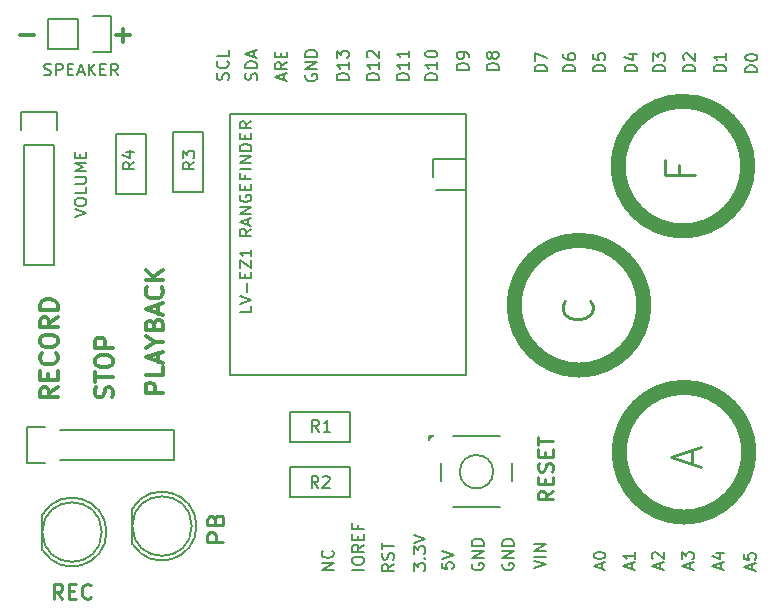
<source format=gto>
G04 #@! TF.FileFunction,Legend,Top*
%FSLAX46Y46*%
G04 Gerber Fmt 4.6, Leading zero omitted, Abs format (unit mm)*
G04 Created by KiCad (PCBNEW 4.0.1-3.201512221402+6198~38~ubuntu14.04.1-stable) date Sun 14 Feb 2016 09:49:56 PM PST*
%MOMM*%
G01*
G04 APERTURE LIST*
%ADD10C,0.100000*%
%ADD11C,1.270000*%
%ADD12C,0.300000*%
%ADD13C,0.152400*%
%ADD14C,0.150000*%
%ADD15C,0.254000*%
G04 APERTURE END LIST*
D10*
D11*
X151036860Y-103471140D02*
G75*
G03X151036860Y-103471140I-5494860J0D01*
G01*
X142146860Y-91025140D02*
G75*
G03X142146860Y-91025140I-5494860J0D01*
G01*
X150943720Y-79248000D02*
G75*
G03X150943720Y-79248000I-5494860J0D01*
G01*
D12*
X89344572Y-68179143D02*
X90487429Y-68179143D01*
X97472572Y-68179143D02*
X98615429Y-68179143D01*
X98044000Y-68750571D02*
X98044000Y-67607714D01*
X101453071Y-98448857D02*
X99953071Y-98448857D01*
X99953071Y-97877429D01*
X100024500Y-97734571D01*
X100095929Y-97663143D01*
X100238786Y-97591714D01*
X100453071Y-97591714D01*
X100595929Y-97663143D01*
X100667357Y-97734571D01*
X100738786Y-97877429D01*
X100738786Y-98448857D01*
X101453071Y-96234571D02*
X101453071Y-96948857D01*
X99953071Y-96948857D01*
X101024500Y-95806000D02*
X101024500Y-95091714D01*
X101453071Y-95948857D02*
X99953071Y-95448857D01*
X101453071Y-94948857D01*
X100738786Y-94163143D02*
X101453071Y-94163143D01*
X99953071Y-94663143D02*
X100738786Y-94163143D01*
X99953071Y-93663143D01*
X100667357Y-92663143D02*
X100738786Y-92448857D01*
X100810214Y-92377429D01*
X100953071Y-92306000D01*
X101167357Y-92306000D01*
X101310214Y-92377429D01*
X101381643Y-92448857D01*
X101453071Y-92591715D01*
X101453071Y-93163143D01*
X99953071Y-93163143D01*
X99953071Y-92663143D01*
X100024500Y-92520286D01*
X100095929Y-92448857D01*
X100238786Y-92377429D01*
X100381643Y-92377429D01*
X100524500Y-92448857D01*
X100595929Y-92520286D01*
X100667357Y-92663143D01*
X100667357Y-93163143D01*
X101024500Y-91734572D02*
X101024500Y-91020286D01*
X101453071Y-91877429D02*
X99953071Y-91377429D01*
X101453071Y-90877429D01*
X101310214Y-89520286D02*
X101381643Y-89591715D01*
X101453071Y-89806001D01*
X101453071Y-89948858D01*
X101381643Y-90163143D01*
X101238786Y-90306001D01*
X101095929Y-90377429D01*
X100810214Y-90448858D01*
X100595929Y-90448858D01*
X100310214Y-90377429D01*
X100167357Y-90306001D01*
X100024500Y-90163143D01*
X99953071Y-89948858D01*
X99953071Y-89806001D01*
X100024500Y-89591715D01*
X100095929Y-89520286D01*
X101453071Y-88877429D02*
X99953071Y-88877429D01*
X101453071Y-88020286D02*
X100595929Y-88663143D01*
X99953071Y-88020286D02*
X100810214Y-88877429D01*
X97127143Y-98837786D02*
X97198571Y-98623500D01*
X97198571Y-98266357D01*
X97127143Y-98123500D01*
X97055714Y-98052071D01*
X96912857Y-97980643D01*
X96770000Y-97980643D01*
X96627143Y-98052071D01*
X96555714Y-98123500D01*
X96484286Y-98266357D01*
X96412857Y-98552071D01*
X96341429Y-98694929D01*
X96270000Y-98766357D01*
X96127143Y-98837786D01*
X95984286Y-98837786D01*
X95841429Y-98766357D01*
X95770000Y-98694929D01*
X95698571Y-98552071D01*
X95698571Y-98194929D01*
X95770000Y-97980643D01*
X95698571Y-97552072D02*
X95698571Y-96694929D01*
X97198571Y-97123500D02*
X95698571Y-97123500D01*
X95698571Y-95909215D02*
X95698571Y-95623501D01*
X95770000Y-95480643D01*
X95912857Y-95337786D01*
X96198571Y-95266358D01*
X96698571Y-95266358D01*
X96984286Y-95337786D01*
X97127143Y-95480643D01*
X97198571Y-95623501D01*
X97198571Y-95909215D01*
X97127143Y-96052072D01*
X96984286Y-96194929D01*
X96698571Y-96266358D01*
X96198571Y-96266358D01*
X95912857Y-96194929D01*
X95770000Y-96052072D01*
X95698571Y-95909215D01*
X97198571Y-94623500D02*
X95698571Y-94623500D01*
X95698571Y-94052072D01*
X95770000Y-93909214D01*
X95841429Y-93837786D01*
X95984286Y-93766357D01*
X96198571Y-93766357D01*
X96341429Y-93837786D01*
X96412857Y-93909214D01*
X96484286Y-94052072D01*
X96484286Y-94623500D01*
X92499571Y-97972714D02*
X91785286Y-98472714D01*
X92499571Y-98829857D02*
X90999571Y-98829857D01*
X90999571Y-98258429D01*
X91071000Y-98115571D01*
X91142429Y-98044143D01*
X91285286Y-97972714D01*
X91499571Y-97972714D01*
X91642429Y-98044143D01*
X91713857Y-98115571D01*
X91785286Y-98258429D01*
X91785286Y-98829857D01*
X91713857Y-97329857D02*
X91713857Y-96829857D01*
X92499571Y-96615571D02*
X92499571Y-97329857D01*
X90999571Y-97329857D01*
X90999571Y-96615571D01*
X92356714Y-95115571D02*
X92428143Y-95187000D01*
X92499571Y-95401286D01*
X92499571Y-95544143D01*
X92428143Y-95758428D01*
X92285286Y-95901286D01*
X92142429Y-95972714D01*
X91856714Y-96044143D01*
X91642429Y-96044143D01*
X91356714Y-95972714D01*
X91213857Y-95901286D01*
X91071000Y-95758428D01*
X90999571Y-95544143D01*
X90999571Y-95401286D01*
X91071000Y-95187000D01*
X91142429Y-95115571D01*
X90999571Y-94187000D02*
X90999571Y-93901286D01*
X91071000Y-93758428D01*
X91213857Y-93615571D01*
X91499571Y-93544143D01*
X91999571Y-93544143D01*
X92285286Y-93615571D01*
X92428143Y-93758428D01*
X92499571Y-93901286D01*
X92499571Y-94187000D01*
X92428143Y-94329857D01*
X92285286Y-94472714D01*
X91999571Y-94544143D01*
X91499571Y-94544143D01*
X91213857Y-94472714D01*
X91071000Y-94329857D01*
X90999571Y-94187000D01*
X92499571Y-92044142D02*
X91785286Y-92544142D01*
X92499571Y-92901285D02*
X90999571Y-92901285D01*
X90999571Y-92329857D01*
X91071000Y-92186999D01*
X91142429Y-92115571D01*
X91285286Y-92044142D01*
X91499571Y-92044142D01*
X91642429Y-92115571D01*
X91713857Y-92186999D01*
X91785286Y-92329857D01*
X91785286Y-92901285D01*
X92499571Y-91401285D02*
X90999571Y-91401285D01*
X90999571Y-91044142D01*
X91071000Y-90829857D01*
X91213857Y-90686999D01*
X91356714Y-90615571D01*
X91642429Y-90544142D01*
X91856714Y-90544142D01*
X92142429Y-90615571D01*
X92285286Y-90686999D01*
X92428143Y-90829857D01*
X92499571Y-91044142D01*
X92499571Y-91401285D01*
D13*
X107124500Y-74866500D02*
X127063500Y-74866500D01*
X127063500Y-96964500D02*
X127063500Y-74866500D01*
X107124500Y-96964500D02*
X107124500Y-74866500D01*
X107124500Y-96964500D02*
X127063500Y-96964500D01*
D14*
X127063500Y-81309500D02*
X124579500Y-81309500D01*
X124249500Y-80189500D02*
X124249500Y-78639500D01*
X124274500Y-78614500D02*
X127063500Y-78614500D01*
X112141000Y-100076000D02*
X117221000Y-100076000D01*
X117221000Y-100076000D02*
X117221000Y-102616000D01*
X117221000Y-102616000D02*
X112141000Y-102616000D01*
X112141000Y-102616000D02*
X112141000Y-100076000D01*
X112141000Y-104711500D02*
X117221000Y-104711500D01*
X117221000Y-104711500D02*
X117221000Y-107251500D01*
X117221000Y-107251500D02*
X112141000Y-107251500D01*
X112141000Y-107251500D02*
X112141000Y-104711500D01*
X102235000Y-81470500D02*
X102235000Y-76390500D01*
X102235000Y-76390500D02*
X104775000Y-76390500D01*
X104775000Y-76390500D02*
X104775000Y-81470500D01*
X104775000Y-81470500D02*
X102235000Y-81470500D01*
X97409000Y-81597500D02*
X97409000Y-76517500D01*
X97409000Y-76517500D02*
X99949000Y-76517500D01*
X99949000Y-76517500D02*
X99949000Y-81597500D01*
X99949000Y-81597500D02*
X97409000Y-81597500D01*
X91241112Y-111760904D02*
G75*
G03X91226000Y-108736000I2484888J1524904D01*
G01*
X91226000Y-111736000D02*
X91226000Y-108736000D01*
X96243936Y-110236000D02*
G75*
G03X96243936Y-110236000I-2517936J0D01*
G01*
X98861112Y-111252904D02*
G75*
G03X98846000Y-108228000I2484888J1524904D01*
G01*
X98846000Y-111228000D02*
X98846000Y-108228000D01*
X103863936Y-109728000D02*
G75*
G03X103863936Y-109728000I-2517936J0D01*
G01*
X89382000Y-76200000D02*
X89382000Y-74650000D01*
X89382000Y-74650000D02*
X92482000Y-74650000D01*
X92482000Y-74650000D02*
X92482000Y-76200000D01*
X92202000Y-77470000D02*
X92202000Y-87630000D01*
X92202000Y-87630000D02*
X89662000Y-87630000D01*
X89662000Y-87630000D02*
X89662000Y-77470000D01*
X92202000Y-77470000D02*
X89662000Y-77470000D01*
X94234000Y-69342000D02*
X91694000Y-69342000D01*
X97054000Y-69622000D02*
X95504000Y-69622000D01*
X94234000Y-69342000D02*
X94234000Y-66802000D01*
X95504000Y-66522000D02*
X97054000Y-66522000D01*
X97054000Y-66522000D02*
X97054000Y-69622000D01*
X94234000Y-66802000D02*
X91694000Y-66802000D01*
X91694000Y-66802000D02*
X91694000Y-69342000D01*
X124018000Y-102124000D02*
X124018000Y-102224000D01*
X123918000Y-102074000D02*
X124268000Y-102074000D01*
X124268000Y-102074000D02*
G75*
G03X123918000Y-102424000I700000J-1050000D01*
G01*
X123918000Y-102074000D02*
X123918000Y-102424000D01*
X129382214Y-105124000D02*
G75*
G03X129382214Y-105124000I-1414214J0D01*
G01*
X125968000Y-108124000D02*
X129968000Y-108124000D01*
X125968000Y-102124000D02*
X129968000Y-102124000D01*
X124968000Y-105874000D02*
X124968000Y-104374000D01*
X130968000Y-104374000D02*
X130968000Y-105874000D01*
D10*
X124968000Y-105124000D02*
X124968000Y-105124000D01*
X129968000Y-108124000D02*
X125968000Y-108124000D01*
X129968000Y-102124000D02*
X125968000Y-102124000D01*
X130968000Y-105124000D02*
X130968000Y-105124000D01*
X129382214Y-105124000D02*
G75*
G03X129382214Y-105124000I-1414214J0D01*
G01*
D14*
X91440000Y-104420000D02*
X89890000Y-104420000D01*
X89890000Y-104420000D02*
X89890000Y-101320000D01*
X89890000Y-101320000D02*
X91440000Y-101320000D01*
X92710000Y-101600000D02*
X102362000Y-101600000D01*
X102362000Y-101600000D02*
X102362000Y-104140000D01*
X102362000Y-104140000D02*
X92710000Y-104140000D01*
X118435381Y-113410762D02*
X117435381Y-113410762D01*
X117435381Y-112744096D02*
X117435381Y-112553619D01*
X117483000Y-112458381D01*
X117578238Y-112363143D01*
X117768714Y-112315524D01*
X118102048Y-112315524D01*
X118292524Y-112363143D01*
X118387762Y-112458381D01*
X118435381Y-112553619D01*
X118435381Y-112744096D01*
X118387762Y-112839334D01*
X118292524Y-112934572D01*
X118102048Y-112982191D01*
X117768714Y-112982191D01*
X117578238Y-112934572D01*
X117483000Y-112839334D01*
X117435381Y-112744096D01*
X118435381Y-111315524D02*
X117959190Y-111648858D01*
X118435381Y-111886953D02*
X117435381Y-111886953D01*
X117435381Y-111506000D01*
X117483000Y-111410762D01*
X117530619Y-111363143D01*
X117625857Y-111315524D01*
X117768714Y-111315524D01*
X117863952Y-111363143D01*
X117911571Y-111410762D01*
X117959190Y-111506000D01*
X117959190Y-111886953D01*
X117911571Y-110886953D02*
X117911571Y-110553619D01*
X118435381Y-110410762D02*
X118435381Y-110886953D01*
X117435381Y-110886953D01*
X117435381Y-110410762D01*
X117911571Y-109648857D02*
X117911571Y-109982191D01*
X118435381Y-109982191D02*
X117435381Y-109982191D01*
X117435381Y-109506000D01*
X115875381Y-113434714D02*
X114875381Y-113434714D01*
X115875381Y-112863285D01*
X114875381Y-112863285D01*
X115780143Y-111815666D02*
X115827762Y-111863285D01*
X115875381Y-112006142D01*
X115875381Y-112101380D01*
X115827762Y-112244238D01*
X115732524Y-112339476D01*
X115637286Y-112387095D01*
X115446810Y-112434714D01*
X115303952Y-112434714D01*
X115113476Y-112387095D01*
X115018238Y-112339476D01*
X114923000Y-112244238D01*
X114875381Y-112101380D01*
X114875381Y-112006142D01*
X114923000Y-111863285D01*
X114970619Y-111815666D01*
X120975381Y-112942619D02*
X120499190Y-113275953D01*
X120975381Y-113514048D02*
X119975381Y-113514048D01*
X119975381Y-113133095D01*
X120023000Y-113037857D01*
X120070619Y-112990238D01*
X120165857Y-112942619D01*
X120308714Y-112942619D01*
X120403952Y-112990238D01*
X120451571Y-113037857D01*
X120499190Y-113133095D01*
X120499190Y-113514048D01*
X120927762Y-112561667D02*
X120975381Y-112418810D01*
X120975381Y-112180714D01*
X120927762Y-112085476D01*
X120880143Y-112037857D01*
X120784905Y-111990238D01*
X120689667Y-111990238D01*
X120594429Y-112037857D01*
X120546810Y-112085476D01*
X120499190Y-112180714D01*
X120451571Y-112371191D01*
X120403952Y-112466429D01*
X120356333Y-112514048D01*
X120261095Y-112561667D01*
X120165857Y-112561667D01*
X120070619Y-112514048D01*
X120023000Y-112466429D01*
X119975381Y-112371191D01*
X119975381Y-112133095D01*
X120023000Y-111990238D01*
X119975381Y-111704524D02*
X119975381Y-111133095D01*
X120975381Y-111418810D02*
X119975381Y-111418810D01*
X122642381Y-113490190D02*
X122642381Y-112871142D01*
X123023333Y-113204476D01*
X123023333Y-113061618D01*
X123070952Y-112966380D01*
X123118571Y-112918761D01*
X123213810Y-112871142D01*
X123451905Y-112871142D01*
X123547143Y-112918761D01*
X123594762Y-112966380D01*
X123642381Y-113061618D01*
X123642381Y-113347333D01*
X123594762Y-113442571D01*
X123547143Y-113490190D01*
X123547143Y-112442571D02*
X123594762Y-112394952D01*
X123642381Y-112442571D01*
X123594762Y-112490190D01*
X123547143Y-112442571D01*
X123642381Y-112442571D01*
X122642381Y-112061619D02*
X122642381Y-111442571D01*
X123023333Y-111775905D01*
X123023333Y-111633047D01*
X123070952Y-111537809D01*
X123118571Y-111490190D01*
X123213810Y-111442571D01*
X123451905Y-111442571D01*
X123547143Y-111490190D01*
X123594762Y-111537809D01*
X123642381Y-111633047D01*
X123642381Y-111918762D01*
X123594762Y-112014000D01*
X123547143Y-112061619D01*
X122642381Y-111156857D02*
X123642381Y-110823524D01*
X122642381Y-110490190D01*
X125035381Y-112839476D02*
X125035381Y-113315667D01*
X125511571Y-113363286D01*
X125463952Y-113315667D01*
X125416333Y-113220429D01*
X125416333Y-112982333D01*
X125463952Y-112887095D01*
X125511571Y-112839476D01*
X125606810Y-112791857D01*
X125844905Y-112791857D01*
X125940143Y-112839476D01*
X125987762Y-112887095D01*
X126035381Y-112982333D01*
X126035381Y-113220429D01*
X125987762Y-113315667D01*
X125940143Y-113363286D01*
X125035381Y-112506143D02*
X126035381Y-112172810D01*
X125035381Y-111839476D01*
X127623000Y-112902904D02*
X127575381Y-112998142D01*
X127575381Y-113140999D01*
X127623000Y-113283857D01*
X127718238Y-113379095D01*
X127813476Y-113426714D01*
X128003952Y-113474333D01*
X128146810Y-113474333D01*
X128337286Y-113426714D01*
X128432524Y-113379095D01*
X128527762Y-113283857D01*
X128575381Y-113140999D01*
X128575381Y-113045761D01*
X128527762Y-112902904D01*
X128480143Y-112855285D01*
X128146810Y-112855285D01*
X128146810Y-113045761D01*
X128575381Y-112426714D02*
X127575381Y-112426714D01*
X128575381Y-111855285D01*
X127575381Y-111855285D01*
X128575381Y-111379095D02*
X127575381Y-111379095D01*
X127575381Y-111141000D01*
X127623000Y-110998142D01*
X127718238Y-110902904D01*
X127813476Y-110855285D01*
X128003952Y-110807666D01*
X128146810Y-110807666D01*
X128337286Y-110855285D01*
X128432524Y-110902904D01*
X128527762Y-110998142D01*
X128575381Y-111141000D01*
X128575381Y-111379095D01*
X130198000Y-112902904D02*
X130150381Y-112998142D01*
X130150381Y-113140999D01*
X130198000Y-113283857D01*
X130293238Y-113379095D01*
X130388476Y-113426714D01*
X130578952Y-113474333D01*
X130721810Y-113474333D01*
X130912286Y-113426714D01*
X131007524Y-113379095D01*
X131102762Y-113283857D01*
X131150381Y-113140999D01*
X131150381Y-113045761D01*
X131102762Y-112902904D01*
X131055143Y-112855285D01*
X130721810Y-112855285D01*
X130721810Y-113045761D01*
X131150381Y-112426714D02*
X130150381Y-112426714D01*
X131150381Y-111855285D01*
X130150381Y-111855285D01*
X131150381Y-111379095D02*
X130150381Y-111379095D01*
X130150381Y-111141000D01*
X130198000Y-110998142D01*
X130293238Y-110902904D01*
X130388476Y-110855285D01*
X130578952Y-110807666D01*
X130721810Y-110807666D01*
X130912286Y-110855285D01*
X131007524Y-110902904D01*
X131102762Y-110998142D01*
X131150381Y-111141000D01*
X131150381Y-111379095D01*
X132825381Y-113311238D02*
X133825381Y-112977905D01*
X132825381Y-112644571D01*
X133825381Y-112311238D02*
X132825381Y-112311238D01*
X133825381Y-111835048D02*
X132825381Y-111835048D01*
X133825381Y-111263619D01*
X132825381Y-111263619D01*
X151319667Y-113438286D02*
X151319667Y-112962095D01*
X151605381Y-113533524D02*
X150605381Y-113200191D01*
X151605381Y-112866857D01*
X150605381Y-112057333D02*
X150605381Y-112533524D01*
X151081571Y-112581143D01*
X151033952Y-112533524D01*
X150986333Y-112438286D01*
X150986333Y-112200190D01*
X151033952Y-112104952D01*
X151081571Y-112057333D01*
X151176810Y-112009714D01*
X151414905Y-112009714D01*
X151510143Y-112057333D01*
X151557762Y-112104952D01*
X151605381Y-112200190D01*
X151605381Y-112438286D01*
X151557762Y-112533524D01*
X151510143Y-112581143D01*
X148644667Y-113363286D02*
X148644667Y-112887095D01*
X148930381Y-113458524D02*
X147930381Y-113125191D01*
X148930381Y-112791857D01*
X148263714Y-112029952D02*
X148930381Y-112029952D01*
X147882762Y-112268048D02*
X148597048Y-112506143D01*
X148597048Y-111887095D01*
X146069667Y-113363286D02*
X146069667Y-112887095D01*
X146355381Y-113458524D02*
X145355381Y-113125191D01*
X146355381Y-112791857D01*
X145355381Y-112553762D02*
X145355381Y-111934714D01*
X145736333Y-112268048D01*
X145736333Y-112125190D01*
X145783952Y-112029952D01*
X145831571Y-111982333D01*
X145926810Y-111934714D01*
X146164905Y-111934714D01*
X146260143Y-111982333D01*
X146307762Y-112029952D01*
X146355381Y-112125190D01*
X146355381Y-112410905D01*
X146307762Y-112506143D01*
X146260143Y-112553762D01*
X143529667Y-113363286D02*
X143529667Y-112887095D01*
X143815381Y-113458524D02*
X142815381Y-113125191D01*
X143815381Y-112791857D01*
X142910619Y-112506143D02*
X142863000Y-112458524D01*
X142815381Y-112363286D01*
X142815381Y-112125190D01*
X142863000Y-112029952D01*
X142910619Y-111982333D01*
X143005857Y-111934714D01*
X143101095Y-111934714D01*
X143243952Y-111982333D01*
X143815381Y-112553762D01*
X143815381Y-111934714D01*
X141116667Y-113363286D02*
X141116667Y-112887095D01*
X141402381Y-113458524D02*
X140402381Y-113125191D01*
X141402381Y-112791857D01*
X141402381Y-111934714D02*
X141402381Y-112506143D01*
X141402381Y-112220429D02*
X140402381Y-112220429D01*
X140545238Y-112315667D01*
X140640476Y-112410905D01*
X140688095Y-112506143D01*
X138596667Y-113363286D02*
X138596667Y-112887095D01*
X138882381Y-113458524D02*
X137882381Y-113125191D01*
X138882381Y-112791857D01*
X137882381Y-112268048D02*
X137882381Y-112172809D01*
X137930000Y-112077571D01*
X137977619Y-112029952D01*
X138072857Y-111982333D01*
X138263333Y-111934714D01*
X138501429Y-111934714D01*
X138691905Y-111982333D01*
X138787143Y-112029952D01*
X138834762Y-112077571D01*
X138882381Y-112172809D01*
X138882381Y-112268048D01*
X138834762Y-112363286D01*
X138787143Y-112410905D01*
X138691905Y-112458524D01*
X138501429Y-112506143D01*
X138263333Y-112506143D01*
X138072857Y-112458524D01*
X137977619Y-112410905D01*
X137930000Y-112363286D01*
X137882381Y-112268048D01*
X106937762Y-71929476D02*
X106985381Y-71786619D01*
X106985381Y-71548523D01*
X106937762Y-71453285D01*
X106890143Y-71405666D01*
X106794905Y-71358047D01*
X106699667Y-71358047D01*
X106604429Y-71405666D01*
X106556810Y-71453285D01*
X106509190Y-71548523D01*
X106461571Y-71739000D01*
X106413952Y-71834238D01*
X106366333Y-71881857D01*
X106271095Y-71929476D01*
X106175857Y-71929476D01*
X106080619Y-71881857D01*
X106033000Y-71834238D01*
X105985381Y-71739000D01*
X105985381Y-71500904D01*
X106033000Y-71358047D01*
X106890143Y-70358047D02*
X106937762Y-70405666D01*
X106985381Y-70548523D01*
X106985381Y-70643761D01*
X106937762Y-70786619D01*
X106842524Y-70881857D01*
X106747286Y-70929476D01*
X106556810Y-70977095D01*
X106413952Y-70977095D01*
X106223476Y-70929476D01*
X106128238Y-70881857D01*
X106033000Y-70786619D01*
X105985381Y-70643761D01*
X105985381Y-70548523D01*
X106033000Y-70405666D01*
X106080619Y-70358047D01*
X106985381Y-69453285D02*
X106985381Y-69929476D01*
X105985381Y-69929476D01*
X109350762Y-71953286D02*
X109398381Y-71810429D01*
X109398381Y-71572333D01*
X109350762Y-71477095D01*
X109303143Y-71429476D01*
X109207905Y-71381857D01*
X109112667Y-71381857D01*
X109017429Y-71429476D01*
X108969810Y-71477095D01*
X108922190Y-71572333D01*
X108874571Y-71762810D01*
X108826952Y-71858048D01*
X108779333Y-71905667D01*
X108684095Y-71953286D01*
X108588857Y-71953286D01*
X108493619Y-71905667D01*
X108446000Y-71858048D01*
X108398381Y-71762810D01*
X108398381Y-71524714D01*
X108446000Y-71381857D01*
X109398381Y-70953286D02*
X108398381Y-70953286D01*
X108398381Y-70715191D01*
X108446000Y-70572333D01*
X108541238Y-70477095D01*
X108636476Y-70429476D01*
X108826952Y-70381857D01*
X108969810Y-70381857D01*
X109160286Y-70429476D01*
X109255524Y-70477095D01*
X109350762Y-70572333D01*
X109398381Y-70715191D01*
X109398381Y-70953286D01*
X109112667Y-70000905D02*
X109112667Y-69524714D01*
X109398381Y-70096143D02*
X108398381Y-69762810D01*
X109398381Y-69429476D01*
X111652667Y-71929476D02*
X111652667Y-71453285D01*
X111938381Y-72024714D02*
X110938381Y-71691381D01*
X111938381Y-71358047D01*
X111938381Y-70453285D02*
X111462190Y-70786619D01*
X111938381Y-71024714D02*
X110938381Y-71024714D01*
X110938381Y-70643761D01*
X110986000Y-70548523D01*
X111033619Y-70500904D01*
X111128857Y-70453285D01*
X111271714Y-70453285D01*
X111366952Y-70500904D01*
X111414571Y-70548523D01*
X111462190Y-70643761D01*
X111462190Y-71024714D01*
X111414571Y-70024714D02*
X111414571Y-69691380D01*
X111938381Y-69548523D02*
X111938381Y-70024714D01*
X110938381Y-70024714D01*
X110938381Y-69548523D01*
X113526000Y-71500904D02*
X113478381Y-71596142D01*
X113478381Y-71738999D01*
X113526000Y-71881857D01*
X113621238Y-71977095D01*
X113716476Y-72024714D01*
X113906952Y-72072333D01*
X114049810Y-72072333D01*
X114240286Y-72024714D01*
X114335524Y-71977095D01*
X114430762Y-71881857D01*
X114478381Y-71738999D01*
X114478381Y-71643761D01*
X114430762Y-71500904D01*
X114383143Y-71453285D01*
X114049810Y-71453285D01*
X114049810Y-71643761D01*
X114478381Y-71024714D02*
X113478381Y-71024714D01*
X114478381Y-70453285D01*
X113478381Y-70453285D01*
X114478381Y-69977095D02*
X113478381Y-69977095D01*
X113478381Y-69739000D01*
X113526000Y-69596142D01*
X113621238Y-69500904D01*
X113716476Y-69453285D01*
X113906952Y-69405666D01*
X114049810Y-69405666D01*
X114240286Y-69453285D01*
X114335524Y-69500904D01*
X114430762Y-69596142D01*
X114478381Y-69739000D01*
X114478381Y-69977095D01*
X117145381Y-71953286D02*
X116145381Y-71953286D01*
X116145381Y-71715191D01*
X116193000Y-71572333D01*
X116288238Y-71477095D01*
X116383476Y-71429476D01*
X116573952Y-71381857D01*
X116716810Y-71381857D01*
X116907286Y-71429476D01*
X117002524Y-71477095D01*
X117097762Y-71572333D01*
X117145381Y-71715191D01*
X117145381Y-71953286D01*
X117145381Y-70429476D02*
X117145381Y-71000905D01*
X117145381Y-70715191D02*
X116145381Y-70715191D01*
X116288238Y-70810429D01*
X116383476Y-70905667D01*
X116431095Y-71000905D01*
X116145381Y-70096143D02*
X116145381Y-69477095D01*
X116526333Y-69810429D01*
X116526333Y-69667571D01*
X116573952Y-69572333D01*
X116621571Y-69524714D01*
X116716810Y-69477095D01*
X116954905Y-69477095D01*
X117050143Y-69524714D01*
X117097762Y-69572333D01*
X117145381Y-69667571D01*
X117145381Y-69953286D01*
X117097762Y-70048524D01*
X117050143Y-70096143D01*
X119685381Y-71953286D02*
X118685381Y-71953286D01*
X118685381Y-71715191D01*
X118733000Y-71572333D01*
X118828238Y-71477095D01*
X118923476Y-71429476D01*
X119113952Y-71381857D01*
X119256810Y-71381857D01*
X119447286Y-71429476D01*
X119542524Y-71477095D01*
X119637762Y-71572333D01*
X119685381Y-71715191D01*
X119685381Y-71953286D01*
X119685381Y-70429476D02*
X119685381Y-71000905D01*
X119685381Y-70715191D02*
X118685381Y-70715191D01*
X118828238Y-70810429D01*
X118923476Y-70905667D01*
X118971095Y-71000905D01*
X118780619Y-70048524D02*
X118733000Y-70000905D01*
X118685381Y-69905667D01*
X118685381Y-69667571D01*
X118733000Y-69572333D01*
X118780619Y-69524714D01*
X118875857Y-69477095D01*
X118971095Y-69477095D01*
X119113952Y-69524714D01*
X119685381Y-70096143D01*
X119685381Y-69477095D01*
X122225381Y-71953286D02*
X121225381Y-71953286D01*
X121225381Y-71715191D01*
X121273000Y-71572333D01*
X121368238Y-71477095D01*
X121463476Y-71429476D01*
X121653952Y-71381857D01*
X121796810Y-71381857D01*
X121987286Y-71429476D01*
X122082524Y-71477095D01*
X122177762Y-71572333D01*
X122225381Y-71715191D01*
X122225381Y-71953286D01*
X122225381Y-70429476D02*
X122225381Y-71000905D01*
X122225381Y-70715191D02*
X121225381Y-70715191D01*
X121368238Y-70810429D01*
X121463476Y-70905667D01*
X121511095Y-71000905D01*
X122225381Y-69477095D02*
X122225381Y-70048524D01*
X122225381Y-69762810D02*
X121225381Y-69762810D01*
X121368238Y-69858048D01*
X121463476Y-69953286D01*
X121511095Y-70048524D01*
X124638381Y-71953286D02*
X123638381Y-71953286D01*
X123638381Y-71715191D01*
X123686000Y-71572333D01*
X123781238Y-71477095D01*
X123876476Y-71429476D01*
X124066952Y-71381857D01*
X124209810Y-71381857D01*
X124400286Y-71429476D01*
X124495524Y-71477095D01*
X124590762Y-71572333D01*
X124638381Y-71715191D01*
X124638381Y-71953286D01*
X124638381Y-70429476D02*
X124638381Y-71000905D01*
X124638381Y-70715191D02*
X123638381Y-70715191D01*
X123781238Y-70810429D01*
X123876476Y-70905667D01*
X123924095Y-71000905D01*
X123638381Y-69810429D02*
X123638381Y-69715190D01*
X123686000Y-69619952D01*
X123733619Y-69572333D01*
X123828857Y-69524714D01*
X124019333Y-69477095D01*
X124257429Y-69477095D01*
X124447905Y-69524714D01*
X124543143Y-69572333D01*
X124590762Y-69619952D01*
X124638381Y-69715190D01*
X124638381Y-69810429D01*
X124590762Y-69905667D01*
X124543143Y-69953286D01*
X124447905Y-70000905D01*
X124257429Y-70048524D01*
X124019333Y-70048524D01*
X123828857Y-70000905D01*
X123733619Y-69953286D01*
X123686000Y-69905667D01*
X123638381Y-69810429D01*
X127305381Y-71096095D02*
X126305381Y-71096095D01*
X126305381Y-70858000D01*
X126353000Y-70715142D01*
X126448238Y-70619904D01*
X126543476Y-70572285D01*
X126733952Y-70524666D01*
X126876810Y-70524666D01*
X127067286Y-70572285D01*
X127162524Y-70619904D01*
X127257762Y-70715142D01*
X127305381Y-70858000D01*
X127305381Y-71096095D01*
X127305381Y-70048476D02*
X127305381Y-69858000D01*
X127257762Y-69762761D01*
X127210143Y-69715142D01*
X127067286Y-69619904D01*
X126876810Y-69572285D01*
X126495857Y-69572285D01*
X126400619Y-69619904D01*
X126353000Y-69667523D01*
X126305381Y-69762761D01*
X126305381Y-69953238D01*
X126353000Y-70048476D01*
X126400619Y-70096095D01*
X126495857Y-70143714D01*
X126733952Y-70143714D01*
X126829190Y-70096095D01*
X126876810Y-70048476D01*
X126924429Y-69953238D01*
X126924429Y-69762761D01*
X126876810Y-69667523D01*
X126829190Y-69619904D01*
X126733952Y-69572285D01*
X129845381Y-71096095D02*
X128845381Y-71096095D01*
X128845381Y-70858000D01*
X128893000Y-70715142D01*
X128988238Y-70619904D01*
X129083476Y-70572285D01*
X129273952Y-70524666D01*
X129416810Y-70524666D01*
X129607286Y-70572285D01*
X129702524Y-70619904D01*
X129797762Y-70715142D01*
X129845381Y-70858000D01*
X129845381Y-71096095D01*
X129273952Y-69953238D02*
X129226333Y-70048476D01*
X129178714Y-70096095D01*
X129083476Y-70143714D01*
X129035857Y-70143714D01*
X128940619Y-70096095D01*
X128893000Y-70048476D01*
X128845381Y-69953238D01*
X128845381Y-69762761D01*
X128893000Y-69667523D01*
X128940619Y-69619904D01*
X129035857Y-69572285D01*
X129083476Y-69572285D01*
X129178714Y-69619904D01*
X129226333Y-69667523D01*
X129273952Y-69762761D01*
X129273952Y-69953238D01*
X129321571Y-70048476D01*
X129369190Y-70096095D01*
X129464429Y-70143714D01*
X129654905Y-70143714D01*
X129750143Y-70096095D01*
X129797762Y-70048476D01*
X129845381Y-69953238D01*
X129845381Y-69762761D01*
X129797762Y-69667523D01*
X129750143Y-69619904D01*
X129654905Y-69572285D01*
X129464429Y-69572285D01*
X129369190Y-69619904D01*
X129321571Y-69667523D01*
X129273952Y-69762761D01*
X133909381Y-71223095D02*
X132909381Y-71223095D01*
X132909381Y-70985000D01*
X132957000Y-70842142D01*
X133052238Y-70746904D01*
X133147476Y-70699285D01*
X133337952Y-70651666D01*
X133480810Y-70651666D01*
X133671286Y-70699285D01*
X133766524Y-70746904D01*
X133861762Y-70842142D01*
X133909381Y-70985000D01*
X133909381Y-71223095D01*
X132909381Y-70318333D02*
X132909381Y-69651666D01*
X133909381Y-70080238D01*
X136322381Y-71223095D02*
X135322381Y-71223095D01*
X135322381Y-70985000D01*
X135370000Y-70842142D01*
X135465238Y-70746904D01*
X135560476Y-70699285D01*
X135750952Y-70651666D01*
X135893810Y-70651666D01*
X136084286Y-70699285D01*
X136179524Y-70746904D01*
X136274762Y-70842142D01*
X136322381Y-70985000D01*
X136322381Y-71223095D01*
X135322381Y-69794523D02*
X135322381Y-69985000D01*
X135370000Y-70080238D01*
X135417619Y-70127857D01*
X135560476Y-70223095D01*
X135750952Y-70270714D01*
X136131905Y-70270714D01*
X136227143Y-70223095D01*
X136274762Y-70175476D01*
X136322381Y-70080238D01*
X136322381Y-69889761D01*
X136274762Y-69794523D01*
X136227143Y-69746904D01*
X136131905Y-69699285D01*
X135893810Y-69699285D01*
X135798571Y-69746904D01*
X135750952Y-69794523D01*
X135703333Y-69889761D01*
X135703333Y-70080238D01*
X135750952Y-70175476D01*
X135798571Y-70223095D01*
X135893810Y-70270714D01*
X138862381Y-71223095D02*
X137862381Y-71223095D01*
X137862381Y-70985000D01*
X137910000Y-70842142D01*
X138005238Y-70746904D01*
X138100476Y-70699285D01*
X138290952Y-70651666D01*
X138433810Y-70651666D01*
X138624286Y-70699285D01*
X138719524Y-70746904D01*
X138814762Y-70842142D01*
X138862381Y-70985000D01*
X138862381Y-71223095D01*
X137862381Y-69746904D02*
X137862381Y-70223095D01*
X138338571Y-70270714D01*
X138290952Y-70223095D01*
X138243333Y-70127857D01*
X138243333Y-69889761D01*
X138290952Y-69794523D01*
X138338571Y-69746904D01*
X138433810Y-69699285D01*
X138671905Y-69699285D01*
X138767143Y-69746904D01*
X138814762Y-69794523D01*
X138862381Y-69889761D01*
X138862381Y-70127857D01*
X138814762Y-70223095D01*
X138767143Y-70270714D01*
X141529381Y-71223095D02*
X140529381Y-71223095D01*
X140529381Y-70985000D01*
X140577000Y-70842142D01*
X140672238Y-70746904D01*
X140767476Y-70699285D01*
X140957952Y-70651666D01*
X141100810Y-70651666D01*
X141291286Y-70699285D01*
X141386524Y-70746904D01*
X141481762Y-70842142D01*
X141529381Y-70985000D01*
X141529381Y-71223095D01*
X140862714Y-69794523D02*
X141529381Y-69794523D01*
X140481762Y-70032619D02*
X141196048Y-70270714D01*
X141196048Y-69651666D01*
X143942381Y-71223095D02*
X142942381Y-71223095D01*
X142942381Y-70985000D01*
X142990000Y-70842142D01*
X143085238Y-70746904D01*
X143180476Y-70699285D01*
X143370952Y-70651666D01*
X143513810Y-70651666D01*
X143704286Y-70699285D01*
X143799524Y-70746904D01*
X143894762Y-70842142D01*
X143942381Y-70985000D01*
X143942381Y-71223095D01*
X142942381Y-70318333D02*
X142942381Y-69699285D01*
X143323333Y-70032619D01*
X143323333Y-69889761D01*
X143370952Y-69794523D01*
X143418571Y-69746904D01*
X143513810Y-69699285D01*
X143751905Y-69699285D01*
X143847143Y-69746904D01*
X143894762Y-69794523D01*
X143942381Y-69889761D01*
X143942381Y-70175476D01*
X143894762Y-70270714D01*
X143847143Y-70318333D01*
X146482381Y-71223095D02*
X145482381Y-71223095D01*
X145482381Y-70985000D01*
X145530000Y-70842142D01*
X145625238Y-70746904D01*
X145720476Y-70699285D01*
X145910952Y-70651666D01*
X146053810Y-70651666D01*
X146244286Y-70699285D01*
X146339524Y-70746904D01*
X146434762Y-70842142D01*
X146482381Y-70985000D01*
X146482381Y-71223095D01*
X145577619Y-70270714D02*
X145530000Y-70223095D01*
X145482381Y-70127857D01*
X145482381Y-69889761D01*
X145530000Y-69794523D01*
X145577619Y-69746904D01*
X145672857Y-69699285D01*
X145768095Y-69699285D01*
X145910952Y-69746904D01*
X146482381Y-70318333D01*
X146482381Y-69699285D01*
X149057381Y-71223095D02*
X148057381Y-71223095D01*
X148057381Y-70985000D01*
X148105000Y-70842142D01*
X148200238Y-70746904D01*
X148295476Y-70699285D01*
X148485952Y-70651666D01*
X148628810Y-70651666D01*
X148819286Y-70699285D01*
X148914524Y-70746904D01*
X149009762Y-70842142D01*
X149057381Y-70985000D01*
X149057381Y-71223095D01*
X149057381Y-69699285D02*
X149057381Y-70270714D01*
X149057381Y-69985000D02*
X148057381Y-69985000D01*
X148200238Y-70080238D01*
X148295476Y-70175476D01*
X148343095Y-70270714D01*
X151732381Y-71298095D02*
X150732381Y-71298095D01*
X150732381Y-71060000D01*
X150780000Y-70917142D01*
X150875238Y-70821904D01*
X150970476Y-70774285D01*
X151160952Y-70726666D01*
X151303810Y-70726666D01*
X151494286Y-70774285D01*
X151589524Y-70821904D01*
X151684762Y-70917142D01*
X151732381Y-71060000D01*
X151732381Y-71298095D01*
X150732381Y-70107619D02*
X150732381Y-70012380D01*
X150780000Y-69917142D01*
X150827619Y-69869523D01*
X150922857Y-69821904D01*
X151113333Y-69774285D01*
X151351429Y-69774285D01*
X151541905Y-69821904D01*
X151637143Y-69869523D01*
X151684762Y-69917142D01*
X151732381Y-70012380D01*
X151732381Y-70107619D01*
X151684762Y-70202857D01*
X151637143Y-70250476D01*
X151541905Y-70298095D01*
X151351429Y-70345714D01*
X151113333Y-70345714D01*
X150922857Y-70298095D01*
X150827619Y-70250476D01*
X150780000Y-70202857D01*
X150732381Y-70107619D01*
X108910381Y-91137428D02*
X108910381Y-91613619D01*
X107910381Y-91613619D01*
X107910381Y-90946952D02*
X108910381Y-90613619D01*
X107910381Y-90280285D01*
X108529429Y-89946952D02*
X108529429Y-89185047D01*
X108386571Y-88708857D02*
X108386571Y-88375523D01*
X108910381Y-88232666D02*
X108910381Y-88708857D01*
X107910381Y-88708857D01*
X107910381Y-88232666D01*
X107910381Y-87899333D02*
X107910381Y-87232666D01*
X108910381Y-87899333D01*
X108910381Y-87232666D01*
X108910381Y-86327904D02*
X108910381Y-86899333D01*
X108910381Y-86613619D02*
X107910381Y-86613619D01*
X108053238Y-86708857D01*
X108148476Y-86804095D01*
X108196095Y-86899333D01*
X108910381Y-84565999D02*
X108434190Y-84899333D01*
X108910381Y-85137428D02*
X107910381Y-85137428D01*
X107910381Y-84756475D01*
X107958000Y-84661237D01*
X108005619Y-84613618D01*
X108100857Y-84565999D01*
X108243714Y-84565999D01*
X108338952Y-84613618D01*
X108386571Y-84661237D01*
X108434190Y-84756475D01*
X108434190Y-85137428D01*
X108624667Y-84185047D02*
X108624667Y-83708856D01*
X108910381Y-84280285D02*
X107910381Y-83946952D01*
X108910381Y-83613618D01*
X108910381Y-83280285D02*
X107910381Y-83280285D01*
X108910381Y-82708856D01*
X107910381Y-82708856D01*
X107958000Y-81708856D02*
X107910381Y-81804094D01*
X107910381Y-81946951D01*
X107958000Y-82089809D01*
X108053238Y-82185047D01*
X108148476Y-82232666D01*
X108338952Y-82280285D01*
X108481810Y-82280285D01*
X108672286Y-82232666D01*
X108767524Y-82185047D01*
X108862762Y-82089809D01*
X108910381Y-81946951D01*
X108910381Y-81851713D01*
X108862762Y-81708856D01*
X108815143Y-81661237D01*
X108481810Y-81661237D01*
X108481810Y-81851713D01*
X108386571Y-81232666D02*
X108386571Y-80899332D01*
X108910381Y-80756475D02*
X108910381Y-81232666D01*
X107910381Y-81232666D01*
X107910381Y-80756475D01*
X108386571Y-79994570D02*
X108386571Y-80327904D01*
X108910381Y-80327904D02*
X107910381Y-80327904D01*
X107910381Y-79851713D01*
X108910381Y-79470761D02*
X107910381Y-79470761D01*
X108910381Y-78994571D02*
X107910381Y-78994571D01*
X108910381Y-78423142D01*
X107910381Y-78423142D01*
X108910381Y-77946952D02*
X107910381Y-77946952D01*
X107910381Y-77708857D01*
X107958000Y-77565999D01*
X108053238Y-77470761D01*
X108148476Y-77423142D01*
X108338952Y-77375523D01*
X108481810Y-77375523D01*
X108672286Y-77423142D01*
X108767524Y-77470761D01*
X108862762Y-77565999D01*
X108910381Y-77708857D01*
X108910381Y-77946952D01*
X108386571Y-76946952D02*
X108386571Y-76613618D01*
X108910381Y-76470761D02*
X108910381Y-76946952D01*
X107910381Y-76946952D01*
X107910381Y-76470761D01*
X108910381Y-75470761D02*
X108434190Y-75804095D01*
X108910381Y-76042190D02*
X107910381Y-76042190D01*
X107910381Y-75661237D01*
X107958000Y-75565999D01*
X108005619Y-75518380D01*
X108100857Y-75470761D01*
X108243714Y-75470761D01*
X108338952Y-75518380D01*
X108386571Y-75565999D01*
X108434190Y-75661237D01*
X108434190Y-76042190D01*
X114641334Y-101734881D02*
X114308000Y-101258690D01*
X114069905Y-101734881D02*
X114069905Y-100734881D01*
X114450858Y-100734881D01*
X114546096Y-100782500D01*
X114593715Y-100830119D01*
X114641334Y-100925357D01*
X114641334Y-101068214D01*
X114593715Y-101163452D01*
X114546096Y-101211071D01*
X114450858Y-101258690D01*
X114069905Y-101258690D01*
X115593715Y-101734881D02*
X115022286Y-101734881D01*
X115308000Y-101734881D02*
X115308000Y-100734881D01*
X115212762Y-100877738D01*
X115117524Y-100972976D01*
X115022286Y-101020595D01*
X114577834Y-106497381D02*
X114244500Y-106021190D01*
X114006405Y-106497381D02*
X114006405Y-105497381D01*
X114387358Y-105497381D01*
X114482596Y-105545000D01*
X114530215Y-105592619D01*
X114577834Y-105687857D01*
X114577834Y-105830714D01*
X114530215Y-105925952D01*
X114482596Y-105973571D01*
X114387358Y-106021190D01*
X114006405Y-106021190D01*
X114958786Y-105592619D02*
X115006405Y-105545000D01*
X115101643Y-105497381D01*
X115339739Y-105497381D01*
X115434977Y-105545000D01*
X115482596Y-105592619D01*
X115530215Y-105687857D01*
X115530215Y-105783095D01*
X115482596Y-105925952D01*
X114911167Y-106497381D01*
X115530215Y-106497381D01*
X104084381Y-78906666D02*
X103608190Y-79240000D01*
X104084381Y-79478095D02*
X103084381Y-79478095D01*
X103084381Y-79097142D01*
X103132000Y-79001904D01*
X103179619Y-78954285D01*
X103274857Y-78906666D01*
X103417714Y-78906666D01*
X103512952Y-78954285D01*
X103560571Y-79001904D01*
X103608190Y-79097142D01*
X103608190Y-79478095D01*
X103084381Y-78573333D02*
X103084381Y-77954285D01*
X103465333Y-78287619D01*
X103465333Y-78144761D01*
X103512952Y-78049523D01*
X103560571Y-78001904D01*
X103655810Y-77954285D01*
X103893905Y-77954285D01*
X103989143Y-78001904D01*
X104036762Y-78049523D01*
X104084381Y-78144761D01*
X104084381Y-78430476D01*
X104036762Y-78525714D01*
X103989143Y-78573333D01*
X99004381Y-78906666D02*
X98528190Y-79240000D01*
X99004381Y-79478095D02*
X98004381Y-79478095D01*
X98004381Y-79097142D01*
X98052000Y-79001904D01*
X98099619Y-78954285D01*
X98194857Y-78906666D01*
X98337714Y-78906666D01*
X98432952Y-78954285D01*
X98480571Y-79001904D01*
X98528190Y-79097142D01*
X98528190Y-79478095D01*
X98337714Y-78049523D02*
X99004381Y-78049523D01*
X97956762Y-78287619D02*
X98671048Y-78525714D01*
X98671048Y-77906666D01*
D15*
X146219333Y-104490761D02*
X146219333Y-103281238D01*
X146945048Y-104732666D02*
X144405048Y-103886000D01*
X146945048Y-103039333D01*
X145106571Y-79139142D02*
X145106571Y-79985809D01*
X146437048Y-79985809D02*
X143897048Y-79985809D01*
X143897048Y-78776285D01*
X137559143Y-90653810D02*
X137680095Y-90774762D01*
X137801048Y-91137619D01*
X137801048Y-91379524D01*
X137680095Y-91742381D01*
X137438190Y-91984286D01*
X137196286Y-92105238D01*
X136712476Y-92226190D01*
X136349619Y-92226190D01*
X135865810Y-92105238D01*
X135623905Y-91984286D01*
X135382000Y-91742381D01*
X135261048Y-91379524D01*
X135261048Y-91137619D01*
X135382000Y-90774762D01*
X135502952Y-90653810D01*
X92909571Y-115890524D02*
X92486238Y-115285762D01*
X92183857Y-115890524D02*
X92183857Y-114620524D01*
X92667666Y-114620524D01*
X92788619Y-114681000D01*
X92849095Y-114741476D01*
X92909571Y-114862429D01*
X92909571Y-115043857D01*
X92849095Y-115164810D01*
X92788619Y-115225286D01*
X92667666Y-115285762D01*
X92183857Y-115285762D01*
X93453857Y-115225286D02*
X93877190Y-115225286D01*
X94058619Y-115890524D02*
X93453857Y-115890524D01*
X93453857Y-114620524D01*
X94058619Y-114620524D01*
X95328619Y-115769571D02*
X95268143Y-115830048D01*
X95086714Y-115890524D01*
X94965762Y-115890524D01*
X94784334Y-115830048D01*
X94663381Y-115709095D01*
X94602905Y-115588143D01*
X94542429Y-115346238D01*
X94542429Y-115164810D01*
X94602905Y-114922905D01*
X94663381Y-114801952D01*
X94784334Y-114681000D01*
X94965762Y-114620524D01*
X95086714Y-114620524D01*
X95268143Y-114681000D01*
X95328619Y-114741476D01*
X106549976Y-111046381D02*
X105152976Y-111046381D01*
X105152976Y-110514190D01*
X105219500Y-110381143D01*
X105286024Y-110314619D01*
X105419071Y-110248095D01*
X105618643Y-110248095D01*
X105751690Y-110314619D01*
X105818214Y-110381143D01*
X105884738Y-110514190D01*
X105884738Y-111046381D01*
X105818214Y-109183714D02*
X105884738Y-108984143D01*
X105951262Y-108917619D01*
X106084310Y-108851095D01*
X106283881Y-108851095D01*
X106416929Y-108917619D01*
X106483452Y-108984143D01*
X106549976Y-109117190D01*
X106549976Y-109649381D01*
X105152976Y-109649381D01*
X105152976Y-109183714D01*
X105219500Y-109050667D01*
X105286024Y-108984143D01*
X105419071Y-108917619D01*
X105552119Y-108917619D01*
X105685167Y-108984143D01*
X105751690Y-109050667D01*
X105818214Y-109183714D01*
X105818214Y-109649381D01*
D14*
X93940381Y-83581524D02*
X94940381Y-83248191D01*
X93940381Y-82914857D01*
X93940381Y-82391048D02*
X93940381Y-82200571D01*
X93988000Y-82105333D01*
X94083238Y-82010095D01*
X94273714Y-81962476D01*
X94607048Y-81962476D01*
X94797524Y-82010095D01*
X94892762Y-82105333D01*
X94940381Y-82200571D01*
X94940381Y-82391048D01*
X94892762Y-82486286D01*
X94797524Y-82581524D01*
X94607048Y-82629143D01*
X94273714Y-82629143D01*
X94083238Y-82581524D01*
X93988000Y-82486286D01*
X93940381Y-82391048D01*
X94940381Y-81057714D02*
X94940381Y-81533905D01*
X93940381Y-81533905D01*
X93940381Y-80724381D02*
X94749905Y-80724381D01*
X94845143Y-80676762D01*
X94892762Y-80629143D01*
X94940381Y-80533905D01*
X94940381Y-80343428D01*
X94892762Y-80248190D01*
X94845143Y-80200571D01*
X94749905Y-80152952D01*
X93940381Y-80152952D01*
X94940381Y-79676762D02*
X93940381Y-79676762D01*
X94654667Y-79343428D01*
X93940381Y-79010095D01*
X94940381Y-79010095D01*
X94416571Y-78533905D02*
X94416571Y-78200571D01*
X94940381Y-78057714D02*
X94940381Y-78533905D01*
X93940381Y-78533905D01*
X93940381Y-78057714D01*
X91368952Y-71524762D02*
X91511809Y-71572381D01*
X91749905Y-71572381D01*
X91845143Y-71524762D01*
X91892762Y-71477143D01*
X91940381Y-71381905D01*
X91940381Y-71286667D01*
X91892762Y-71191429D01*
X91845143Y-71143810D01*
X91749905Y-71096190D01*
X91559428Y-71048571D01*
X91464190Y-71000952D01*
X91416571Y-70953333D01*
X91368952Y-70858095D01*
X91368952Y-70762857D01*
X91416571Y-70667619D01*
X91464190Y-70620000D01*
X91559428Y-70572381D01*
X91797524Y-70572381D01*
X91940381Y-70620000D01*
X92368952Y-71572381D02*
X92368952Y-70572381D01*
X92749905Y-70572381D01*
X92845143Y-70620000D01*
X92892762Y-70667619D01*
X92940381Y-70762857D01*
X92940381Y-70905714D01*
X92892762Y-71000952D01*
X92845143Y-71048571D01*
X92749905Y-71096190D01*
X92368952Y-71096190D01*
X93368952Y-71048571D02*
X93702286Y-71048571D01*
X93845143Y-71572381D02*
X93368952Y-71572381D01*
X93368952Y-70572381D01*
X93845143Y-70572381D01*
X94226095Y-71286667D02*
X94702286Y-71286667D01*
X94130857Y-71572381D02*
X94464190Y-70572381D01*
X94797524Y-71572381D01*
X95130857Y-71572381D02*
X95130857Y-70572381D01*
X95702286Y-71572381D02*
X95273714Y-71000952D01*
X95702286Y-70572381D02*
X95130857Y-71143810D01*
X96130857Y-71048571D02*
X96464191Y-71048571D01*
X96607048Y-71572381D02*
X96130857Y-71572381D01*
X96130857Y-70572381D01*
X96607048Y-70572381D01*
X97607048Y-71572381D02*
X97273714Y-71096190D01*
X97035619Y-71572381D02*
X97035619Y-70572381D01*
X97416572Y-70572381D01*
X97511810Y-70620000D01*
X97559429Y-70667619D01*
X97607048Y-70762857D01*
X97607048Y-70905714D01*
X97559429Y-71000952D01*
X97511810Y-71048571D01*
X97416572Y-71096190D01*
X97035619Y-71096190D01*
D15*
X134432524Y-106746524D02*
X133827762Y-107169857D01*
X134432524Y-107472238D02*
X133162524Y-107472238D01*
X133162524Y-106988429D01*
X133223000Y-106867476D01*
X133283476Y-106807000D01*
X133404429Y-106746524D01*
X133585857Y-106746524D01*
X133706810Y-106807000D01*
X133767286Y-106867476D01*
X133827762Y-106988429D01*
X133827762Y-107472238D01*
X133767286Y-106202238D02*
X133767286Y-105778905D01*
X134432524Y-105597476D02*
X134432524Y-106202238D01*
X133162524Y-106202238D01*
X133162524Y-105597476D01*
X134372048Y-105113666D02*
X134432524Y-104932238D01*
X134432524Y-104629857D01*
X134372048Y-104508904D01*
X134311571Y-104448428D01*
X134190619Y-104387952D01*
X134069667Y-104387952D01*
X133948714Y-104448428D01*
X133888238Y-104508904D01*
X133827762Y-104629857D01*
X133767286Y-104871761D01*
X133706810Y-104992714D01*
X133646333Y-105053190D01*
X133525381Y-105113666D01*
X133404429Y-105113666D01*
X133283476Y-105053190D01*
X133223000Y-104992714D01*
X133162524Y-104871761D01*
X133162524Y-104569381D01*
X133223000Y-104387952D01*
X133767286Y-103843666D02*
X133767286Y-103420333D01*
X134432524Y-103238904D02*
X134432524Y-103843666D01*
X133162524Y-103843666D01*
X133162524Y-103238904D01*
X133162524Y-102876047D02*
X133162524Y-102150332D01*
X134432524Y-102513189D02*
X133162524Y-102513189D01*
M02*

</source>
